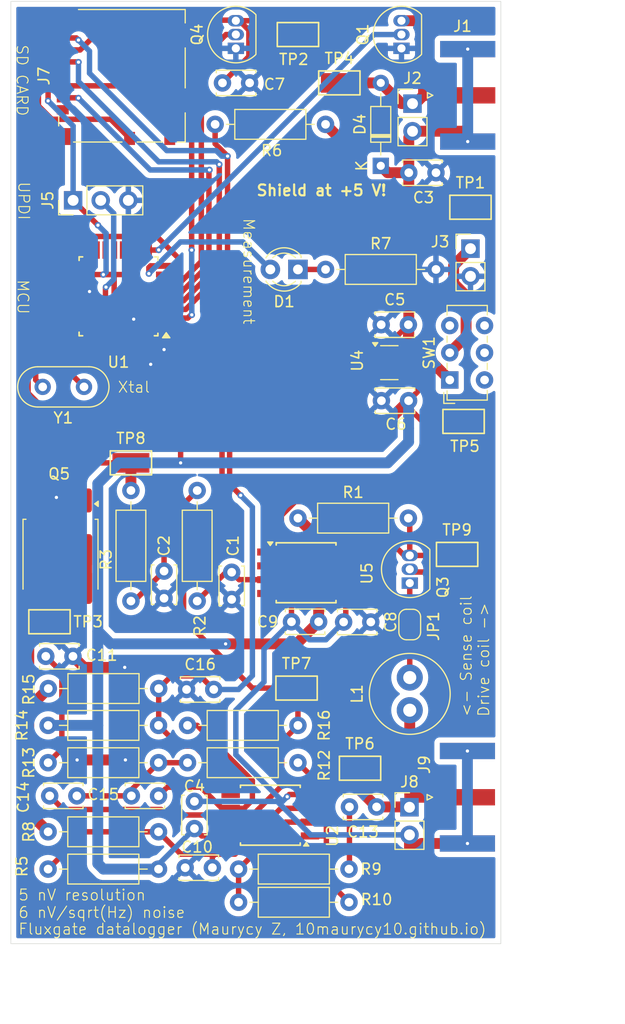
<source format=kicad_pcb>
(kicad_pcb (version 20240108) (generator "pcbnew") (generator_version "8.0")
  (layers (0 "F.Cu" signal) (31 "B.Cu" signal) (34 "B.Paste" user) (35 "F.Paste" user) (36 "B.SilkS" user "B.Silkscreen") (37 "F.SilkS" user "F.Silkscreen") (38 "B.Mask" user) (39 "F.Mask" user) (44 "Edge.Cuts" user))
  (net 0 "")
  (net 1 "GND")
  (net 2 "Net-(U5A-+)")
  (net 3 "Net-(C2-Pad2)")
  (net 4 "VDD")
  (net 5 "+3V3")
  (net 6 "CARD_GND")
  (net 7 "SENSOR_GND")
  (net 8 "Net-(U2A-+)")
  (net 9 "Net-(J8-Pin_1)")
  (net 10 "ADC+")
  (net 11 "Net-(C14-Pad1)")
  (net 12 "Net-(U2B--)")
  (net 13 "ADC-")
  (net 14 "Net-(D1-A)")
  (net 15 "Net-(D1-K)")
  (net 16 "Net-(D4-A)")
  (net 17 "Net-(J3-Pin_1)")
  (net 18 "Net-(J5-Pin_2)")
  (net 19 "SCK")
  (net 22 "MISO")
  (net 23 "CS")
  (net 24 "MOSI")
  (net 25 "Net-(JP1-A)")
  (net 26 "Net-(JP1-B)")
  (net 27 "DRIVE_GATE")
  (net 28 "E_CARD")
  (net 29 "E_SENSOR")
  (net 30 "Comp")
  (net 31 "Net-(U2A--)")
  (net 42 "Net-(U1-XTAL32K2{slash}PF1)")
  (net 44 "Net-(U1-XTAL32K1{slash}PF0)")
  (net 51 "Net-(C11-Pad2)")
  (net 52 "Net-(C13-Pad2)")
  (net 53 "Net-(Q3-B)")
  (net 54 "Net-(R10-Pad2)")
  (net 55 "Net-(Q3-C)")
  (footprint "Resistor_THT:R_Axial_DIN0207_L6.3mm_D2.5mm_P10.16mm_Horizontal" (layer "F.Cu") (at 170.434 74.93 -90)
    (property "Reference" "R2")
    (property "Value" "10k")
  )
  (footprint "TestPoint:TestPoint_Keystone_5015_Micro-Minature" (layer "F.Cu") (at 195.58 48.895)
    (property "Reference" "TP1")
    (property "Value" "GND")
  )
  (footprint "TestPoint:TestPoint_Keystone_5015_Micro-Minature" (layer "F.Cu") (at 179.578 93.091)
    (property "Reference" "TP7")
    (property "Value" "Filtered")
  )
  (footprint "Resistor_THT:R_Axial_DIN0207_L6.3mm_D2.5mm_P10.16mm_Horizontal" (layer "F.Cu") (at 182.245 54.61)
    (property "Reference" "R7")
    (property "Value" "1k")
  )
  (footprint "Connector_Coaxial:SMA_Amphenol_132289_EdgeMount" (layer "F.Cu") (at 195.326 38.608)
    (property "Reference" "J1")
    (property "Value" "Drive coil")
  )
  (footprint "Package_TO_SOT_SMD:SOT-23-5" (layer "F.Cu") (at 188.1125 63.18)
    (property "Reference" "U4")
    (property "Value" "TLV75533PDBV")
  )
  (footprint "Package_QFP:TQFP-32_7x7mm_P0.8mm" (layer "F.Cu") (at 163.195 57.08 180)
    (property "Reference" "U1")
    (property "Value" "AVR32DD32")
  )
  (footprint "Capacitor_THT:C_Disc_D3.4mm_W2.1mm_P2.50mm" (layer "F.Cu") (at 179.11 86.995)
    (property "Reference" "C9")
    (property "Value" "100 nF")
  )
  (footprint "Resistor_THT:R_Axial_DIN0207_L6.3mm_D2.5mm_P10.16mm_Horizontal" (layer "F.Cu") (at 174.244 112.776)
    (property "Reference" "R10")
    (property "Value" "5k7")
  )
  (footprint "Capacitor_THT:C_Disc_D3.4mm_W2.1mm_P2.50mm" (layer "F.Cu") (at 170.18 103.505 -90)
    (property "Reference" "C4")
    (property "Value" "100 nF")
  )
  (footprint "Resistor_THT:R_Axial_DIN0207_L6.3mm_D2.5mm_P10.16mm_Horizontal" (layer "F.Cu") (at 166.878 96.52 180)
    (property "Reference" "R14")
    (property "Value" "1k")
  )
  (footprint "Capacitor_THT:C_Disc_D3.4mm_W2.1mm_P2.50mm" (layer "F.Cu") (at 173.609 84.943 90)
    (property "Reference" "C1")
    (property "Value" "10 nF")
  )
  (footprint "Package_TO_SOT_SMD:TO-252-2" (layer "F.Cu") (at 157.86 80.885 -90)
    (property "Reference" "Q5")
    (property "Value" "30N03A")
  )
  (footprint "Capacitor_THT:C_Disc_D3.4mm_W2.1mm_P2.50mm" (layer "F.Cu") (at 187.365 59.69)
    (property "Reference" "C5")
    (property "Value" "100 nF")
  )
  (footprint "TestPoint:TestPoint_Keystone_5015_Micro-Minature" (layer "F.Cu") (at 164.338 72.39)
    (property "Reference" "TP8")
    (property "Value" "Compensation")
  )
  (footprint "TestPoint:TestPoint_Keystone_5015_Micro-Minature" (layer "F.Cu") (at 156.845 86.995)
    (property "Reference" "TP3")
    (property "Value" "Sensor GND")
  )
  (footprint "LED_THT:LED_D3.0mm" (layer "F.Cu") (at 179.705 54.61 180)
    (property "Reference" "D1")
    (property "Value" "LED")
  )
  (footprint "Inductor_THT:L_Radial_D7.2mm_P3.00mm_Murata_1700" (layer "F.Cu") (at 189.992 95.123 90)
    (property "Reference" "L1")
    (property "Value" "1 uH")
  )
  (footprint "Resistor_THT:R_Axial_DIN0207_L6.3mm_D2.5mm_P10.16mm_Horizontal" (layer "F.Cu") (at 156.718 109.728)
    (property "Reference" "R5")
    (property "Value" "1k")
  )
  (footprint "Capacitor_THT:C_Disc_D3.4mm_W2.1mm_P2.50mm" (layer "F.Cu") (at 164.378 102.997)
    (property "Reference" "C15")
    (property "Value" "10 nF")
  )
  (footprint "Capacitor_THT:C_Disc_D3.4mm_W2.1mm_P2.50mm" (layer "F.Cu") (at 172.76 37.465)
    (property "Reference" "C7")
    (property "Value" "100 nF")
  )
  (footprint "Capacitor_THT:C_Disc_D3.4mm_W2.1mm_P2.50mm" (layer "F.Cu") (at 169.331 109.601)
    (property "Reference" "C10")
    (property "Value" "10 nF")
  )
  (footprint "Package_TO_SOT_THT:TO-92_Inline" (layer "F.Cu") (at 189.992 83.439 90)
    (property "Reference" "Q3")
    (property "Value" "2N3906")
  )
  (footprint "Package_SO:SOIC-8W_5.3x5.3mm_P1.27mm" (layer "F.Cu") (at 180.455866 82.490122)
    (property "Reference" "U5")
    (property "Value" "LM358")
  )
  (footprint "Resistor_THT:R_Axial_DIN0207_L6.3mm_D2.5mm_P10.16mm_Horizontal" (layer "F.Cu") (at 179.705 77.47)
    (property "Reference" "R1")
    (property "Value" "Shunt")
  )
  (footprint "Connector_PinHeader_2.54mm:PinHeader_1x02_P2.54mm_Vertical" (layer "F.Cu") (at 195.58 52.7)
    (property "Reference" "J3")
    (property "Value" "5 V")
  )
  (footprint "Capacitor_THT:C_Disc_D3.4mm_W2.1mm_P2.50mm" (layer "F.Cu") (at 169.458 93.218)
    (property "Reference" "C16")
    (property "Value" "10 nF")
  )
  (footprint "Capacitor_THT:C_Disc_D3.4mm_W2.1mm_P2.50mm" (layer "F.Cu") (at 186.944 104.013 180)
    (property "Reference" "C13")
    (property "Value" "100 nF")
  )
  (footprint "Button_Switch_THT:SW_E-Switch_EG1271_SPDT" (layer "F.Cu") (at 193.675 64.77 90)
    (property "Reference" "SW1")
    (property "Value" "SW_SPDT")
  )
  (footprint "Capacitor_THT:C_Disc_D3.4mm_W2.1mm_P2.50mm" (layer "F.Cu") (at 159.365 102.997 180)
    (property "Reference" "C14")
    (property "Value" "10 nF")
  )
  (footprint "Crystal:Crystal_HC52-8mm_Vertical" (layer "F.Cu") (at 160.02 65.405 180)
    (property "Reference" "Y1")
    (property "Value" "32.768 kHz")
  )
  (footprint "Package_SO:SOIC-8W_5.3x5.3mm_P1.27mm" (layer "F.Cu") (at 177.165 104.775 180)
    (property "Reference" "U2")
    (property "Value" "OPA2323IDGKR")
  )
  (footprint "Capacitor_THT:C_Disc_D3.4mm_W2.1mm_P2.50mm" (layer "F.Cu") (at 159.004 90.17 180)
    (property "Reference" "C11")
    (property "Value" "10 uF")
  )
  (footprint "Package_TO_SOT_THT:TO-92_Inline" (layer "F.Cu") (at 173.99 34.29 90)
    (property "Reference" "Q4")
    (property "Value" "2N7000")
  )
  (footprint "Capacitor_THT:C_Disc_D3.4mm_W2.1mm_P2.50mm" (layer "F.Cu") (at 167.386 84.836 90)
    (property "Reference" "C2")
    (property "Value" "10 nF")
  )
  (footprint "Resistor_THT:R_Axial_DIN0207_L6.3mm_D2.5mm_P10.16mm_Horizontal" (layer "F.Cu") (at 169.545 96.52)
    (property "Reference" "R16")
    (property "Value" "22k")
  )
  (footprint "Connector_Card:microSD_HC_Molex_104031-0811" (layer "F.Cu") (at 163.5125 36.83 90)
    (property "Reference" "J7")
    (property "Value" "Micro_SD_Card")
  )
  (footprint "TestPoint:TestPoint_Keystone_5015_Micro-Minature" (layer "F.Cu") (at 185.42 100.457)
    (property "Reference" "TP6")
    (property "Value" "Sense coil")
  )
  (footprint "Connector_PinHeader_2.54mm:PinHeader_1x02_P2.54mm_Vertical" (layer "F.Cu") (at 190.246 39.37)
    (property "Reference" "J2")
    (property "Value" "Drive coil")
  )
  (footprint "Resistor_THT:R_Axial_DIN0207_L6.3mm_D2.5mm_P10.16mm_Horizontal" (layer "F.Cu") (at 164.338 74.93 -90)
    (property "Reference" "R3")
    (property "Value" "10k")
  )
  (footprint "Connector_PinHeader_2.54mm:PinHeader_1x03_P2.54mm_Vertical" (layer "F.Cu") (at 159.019 48.26 90)
    (property "Reference" "J5")
    (property "Value" "Prog")
  )
  (footprint "TestPoint:TestPoint_Keystone_5015_Micro-Minature" (layer "F.Cu") (at 183.515 37.465)
    (property "Reference" "TP4")
    (property "Value" "Drive")
  )
  (footprint "Capacitor_THT:C_Disc_D3.4mm_W2.1mm_P2.50mm" (layer "F.Cu") (at 189.905 45.72)
    (property "Reference" "C3")
    (property "Value" "100 nF")
  )
  (footprint "Resistor_THT:R_Axial_DIN0207_L6.3mm_D2.5mm_P10.16mm_Horizontal" (layer "F.Cu") (at 156.718 106.299)
    (property "Reference" "R8")
    (property "Value" "1k")
  )
  (footprint "Resistor_THT:R_Axial_DIN0207_L6.3mm_D2.5mm_P10.16mm_Horizontal" (layer "F.Cu") (at 156.718 99.949)
    (property "Reference" "R13")
    (property "Value" "57")
  )
  (footprint "Resistor_THT:R_Axial_DIN0207_L6.3mm_D2.5mm_P10.16mm_Horizontal" (layer "F.Cu") (at 184.404 109.728 180)
    (property "Reference" "R9")
    (property "Value" "47")
  )
  (footprint "Diode_THT:D_DO-34_SOD68_P7.62mm_Horizontal" (layer "F.Cu") (at 187.325 45.085 90)
    (property "Reference" "D4")
    (property "Value" "2n4148")
  )
  (footprint "Connector_Coaxial:SMA_Amphenol_132289_EdgeMount" (layer "F.Cu") (at 195.2975 103.124)
    (property "Reference" "J9")
    (property "Value" "Sense")
  )
  (footprint "Capacitor_THT:C_Disc_D3.4mm_W2.1mm_P2.50mm" (layer "F.Cu") (at 187.385 66.675)
    (property "Reference" "C6")
    (property "Value" "100 nF")
  )
  (footprint "Jumper:SolderJumper-2_P1.3mm_Open_RoundedPad1.0x1.5mm" (layer "F.Cu") (at 189.992 87.249 90)
    (property "Reference" "JP1")
    (property "Value" "Compensation")
  )
  (footprint "TestPoint:TestPoint_Keystone_5015_Micro-Minature" (layer "F.Cu") (at 194.945 68.58)
    (property "Reference" "TP5")
    (property "Value" "3.3 V")
  )
  (footprint "Resistor_THT:R_Axial_DIN0207_L6.3mm_D2.5mm_P10.16mm_Horizontal" (layer "F.Cu") (at 179.705 99.949 180)
    (property "Reference" "R12")
    (property "Value" "1k")
  )
  (footprint "Capacitor_THT:C_Disc_D3.4mm_W2.1mm_P2.50mm" (layer "F.Cu") (at 183.908001 87.016431)
    (property "Reference" "C8")
    (property "Value" "100 nF")
  )
  (footprint "Connector_PinHeader_2.54mm:PinHeader_1x02_P2.54mm_Vertical" (layer "F.Cu") (at 189.96787 104.041807)
    (property "Reference" "J8")
    (property "Value" "Sense")
  )
  (footprint "Resistor_THT:R_Axial_DIN0207_L6.3mm_D2.5mm_P10.16mm_Horizontal" (layer "F.Cu") (at 156.7338 93.133849)
    (property "Reference" "R15")
    (property "Value" "1k")
  )
  (footprint "TestPoint:TestPoint_Keystone_5015_Micro-Minature" (layer "F.Cu") (at 194.349983 80.800942)
    (property "Reference" "TP9")
    (property "Value" "Current sense")
  )
  (footprint "Package_TO_SOT_THT:TO-92_Inline" (layer "F.Cu") (at 189.23 34.29 90)
    (property "Reference" "Q1")
    (property "Value" "2N7000")
  )
  (footprint "Resistor_THT:R_Axial_DIN0207_L6.3mm_D2.5mm_P10.16mm_Horizontal" (layer "F.Cu") (at 172.085 41.275)
    (property "Reference" "R6")
    (property "Value" "1k")
  )
  (footprint "TestPoint:TestPoint_Keystone_5015_Micro-Minature" (layer "F.Cu") (at 179.705 33.02)
    (property "Reference" "TP2")
    (property "Value" "Card GND")
  )
  (gr_rect (start 153.289 29.972) (end 198.374 116.586) (stroke (width 0.05)) (fill none) (layer "Edge.Cuts"))
  (gr_text "Fluxgate datalogger (Maurycy Z, 10maurycy10.github.io)" (at 153.924 115.824 0) (layer "F.SilkS") (effects (font (size 1 1) (thickness 0.1)) (justify left bottom)))
  (gr_text "Xtal" (at 163.068 66.0146 0) (layer "F.SilkS") (effects (font (size 1 1) (thickness 0.1)) (justify left bottom)))
  (gr_text "UPDI" (at 153.8986 46.482 -90) (layer "F.SilkS") (effects (font (size 1 1) (thickness 0.1)) (justify left bottom)))
  (gr_text "SD CARD" (at 153.7462 33.8836 270) (layer "F.SilkS") (effects (font (size 1 1) (thickness 0.1)) (justify left bottom)))
  (gr_text "Measurement" (at 174.5996 49.8348 -90) (layer "F.SilkS") (effects (font (size 1 1) (thickness 0.1)) (justify left bottom)))
  (gr_text "<- Sense coil\nDrive coil ->" (at 197.3834 95.7834 90) (layer "F.SilkS") (effects (font (size 1 1) (thickness 0.1)) (justify left bottom)))
  (gr_text "Shield at +5 V!" (at 175.7934 47.9298 0) (layer "F.SilkS") (effects (font (size 1 1) (thickness 0.2) (bold yes)) (justify left bottom)))
  (gr_text "MCU" (at 153.8224 55.4736 270) (layer "F.SilkS") (effects (font (size 1 1) (thickness 0.1)) (justify left bottom)))
  (gr_text "5 nV resolution\n6 nV/sqrt(Hz) noise" (at 153.924 114.3 0) (layer "F.SilkS") (effects (font (size 1 1) (thickness 0.1)) (justify left bottom)))
  (segment (start 186.975 63.18) (end 186.312501 63.18) (width 0.5) (layer "F.Cu") (net 1))
  (segment (start 160.02 91.186) (end 159.004 90.17) (width 1) (layer "F.Cu") (net 1))
  (segment (start 185.8625 62.729999) (end 185.8625 61.1925) (width 0.5) (layer "F.Cu") (net 1))
  (segment (start 163.595 61.33) (end 163.595 60.03) (width 0.5) (layer "F.Cu") (net 1))
  (segment (start 163.595 60.03) (end 164.443 59.182) (width 0.5) (layer "F.Cu") (net 1))
  (segment (start 160.528 56.288) (end 160.528 56.642) (width 0.5) (layer "F.Cu") (net 1))
  (segment (start 161.29 91.186) (end 163.7665 91.186) (width 1) (layer "F.Cu") (net 1))
  (segment (start 185.8625 61.1925) (end 187.365 59.69) (width 0.5) (layer "F.Cu") (net 1))
  (segment (start 164.443 59.182) (end 164.592 59.182) (width 0.5) (layer "F.Cu") (net 1))
  (segment (start 155.58 75.845) (end 157.2 75.845) (width 1) (layer "F.Cu") (net 1))
  (segment (start 157.2 75.845) (end 157.48 75.565) (width 1) (layer "F.Cu") (net 1))
  (segment (start 160.12 55.88) (end 160.528 56.288) (width 0.5) (layer "F.Cu") (net 1))
  (segment (start 161.29 91.186) (end 160.02 91.186) (width 1) (layer "F.Cu") (net 1))
  (segment (start 195.58 48.895) (end 192.405 45.72) (width 0.5) (layer "F.Cu") (net 1))
  (segment (start 158.945 55.88) (end 160.12 55.88) (width 0.5) (layer "F.Cu") (net 1))
  (segment (start 159.385 99.695) (end 163.83 99.695) (width 1) (layer "F.Cu") (net 1))
  (segment (start 174.156878 84.395122) (end 173.609 84.943) (width 0.5) (layer "F.Cu") (net 1))
  (segment (start 186.312501 63.18) (end 185.8625 62.729999) (width 0.5) (layer "F.Cu") (net 1))
  (via (at 163.7665 91.186) (size 0.6) (drill 0.3) (layers "F.Cu" "B.Cu") (net 1))
  (via (at 157.48 75.565) (size 0.6) (drill 0.3) (layers "F.Cu" "B.Cu") (net 1))
  (via (at 159.385 99.695) (size 0.6) (drill 0.3) (layers "F.Cu" "B.Cu") (net 1))
  (via (at 163.83 99.695) (size 0.6) (drill 0.3) (layers "F.Cu" "B.Cu") (net 1))
  (via (at 160.528 56.642) (size 0.6) (drill 0.3) (layers "F.Cu" "B.Cu") (net 1))
  (via (at 164.592 59.182) (size 0.6) (drill 0.3) (layers "F.Cu" "B.Cu") (net 1))
  (segment (start 174.291122 83.125122) (end 176.805866 83.125122) (width 0.5) (layer "F.Cu") (net 2))
  (segment (start 173.081 82.443) (end 170.434 85.09) (width 0.5) (layer "F.Cu") (net 2))
  (segment (start 173.609 82.443) (end 174.291122 83.125122) (width 0.5) (layer "F.Cu") (net 2))
  (segment (start 173.609 82.443) (end 173.081 82.443) (width 0.5) (layer "F.Cu") (net 2))
  (segment (start 167.386 77.978) (end 170.434 74.93) (width 0.5) (layer "F.Cu") (net 3))
  (segment (start 164.632 85.09) (end 167.386 82.336) (width 0.5) (layer "F.Cu") (net 3))
  (segment (start 167.386 82.336) (end 167.386 77.978) (width 0.5) (layer "F.Cu") (net 3))
  (segment (start 164.338 85.09) (end 164.632 85.09) (width 0.5) (layer "F.Cu") (net 3))
  (segment (start 190.5 41.905) (end 194.8525 41.905) (width 1) (layer "F.Cu") (net 4))
  (segment (start 188.0875 63.679999) (end 188.0875 62.680001) (width 0.5) (layer "F.Cu") (net 4))
  (segment (start 187.637499 62.23) (end 186.975 62.23) (width 0.5) (layer "F.Cu") (net 4))
  (segment (start 186.975 64.13) (end 187.637499 64.13) (width 0.5) (layer "F.Cu") (net 4))
  (segment (start 193.675 64.77) (end 189.865 60.96) (width 1) (layer "F.Cu") (net 4))
  (segment (start 194.8525 41.905) (end 194.8525 42.3845) (width 1) (layer "F.Cu") (net 4))
  (segment (start 187.637499 64.13) (end 188.0875 63.679999) (width 0.5) (layer "F.Cu") (net 4))
  (segment (start 194.8525 41.905) (end 195.8055 42.858) (width 1) (layer "F.Cu") (net 4))
  (segment (start 189.905 42.5) (end 190.5 41.905) (width 1) (layer "F.Cu") (net 4))
  (segment (start 188.0875 62.680001) (end 187.637499 62.23) (width 0.5) (layer "F.Cu") (net 4))
  (segment (start 187.96 45.72) (end 187.325 45.085) (width 1) (layer "F.Cu") (net 4))
  (segment (start 187.325 62.23) (end 189.865 59.69) (width 0.5) (layer "F.Cu") (net 4))
  (segment (start 189.905 60.92) (end 189.905 45.72) (width 1) (layer "F.Cu") (net 4))
  (segment (start 189.865 60.96) (end 189.905 60.92) (width 1) (layer "F.Cu") (net 4))
  (segment (start 189.905 45.72) (end 189.905 42.5) (width 1) (layer "F.Cu") (net 4))
  (segment (start 189.905 45.72) (end 187.96 45.72) (width 1) (layer "F.Cu") (net 4))
  (segment (start 189.865 60.96) (end 189.865 59.69) (width 1) (layer "F.Cu") (net 4))
  (segment (start 194.8525 42.3845) (end 195.326 42.858) (width 1) (layer "F.Cu") (net 4))
  (via (at 195.326 42.858) (size 0.6) (drill 0.3) (layers "F.Cu" "B.Cu") (net 4))
  (via (at 195.326 34.358) (size 0.6) (drill 0.3) (layers "F.Cu" "B.Cu") (net 4))
  (segment (start 195.326 42.858) (end 195.326 34.358) (width 1) (layer "B.Cu") (net 4))
  (segment (start 179.578 89.027) (end 181.61 86.995) (width 1) (layer "F.Cu") (net 5))
  (segment (start 184.105866 80.585122) (end 181.669878 80.585122) (width 0.5) (layer "F.Cu") (net 5))
  (segment (start 193.695 68.58) (end 191.155 68.58) (width 0.5) (layer "F.Cu") (net 5))
  (segment (start 186.69 69.088) (end 187.472 69.088) (width 1) (layer "F.Cu") (net 5))
  (segment (start 165.195 54.13) (end 164.245 55.08) (width 0.5) (layer "F.Cu") (net 5))
  (segment (start 162.795 61.33) (end 162.795 62.505) (width 0.5) (layer "F.Cu") (net 5))
  (segment (start 181.669878 80.585122) (end 181.61 80.645) (width 0.5) (layer "F.Cu") (net 5))
  (segment (start 184.404 66.802) (end 186.69 69.088) (width 1) (layer "F.Cu") (net 5))
  (segment (start 191.155 68.58) (end 189.885 67.31) (width 0.5) (layer "F.Cu") (net 5))
  (segment (start 156.718 37.2045) (end 156.718 39.116) (width 0.5) (layer "F.Cu") (net 5))
  (segment (start 165.195 52.83) (end 165.195 54.13) (width 0.5) (layer "F.Cu") (net 5))
  (segment (start 184.404 43.434) (end 184.404 66.802) (width 1) (layer "F.Cu") (net 5))
  (segment (start 164.245 55.08) (end 161.798 55.08) (width 0.5) (layer "F.Cu") (net 5))
  (segment (start 189.25 62.23) (end 190.684999 63.664999) (width 0.5) (layer "F.Cu") (net 5))
  (segment (start 161.798 55.08) (end 162.795 55.08) (width 0.5) (layer "F.Cu") (net 5))
  (segment (start 181.61 86.995) (end 181.61 80.645) (width 1) (layer "F.Cu") (net 5))
  (segment (start 162.795 55.08) (end 162.795 61.33) (width 0.5) (layer "F.Cu") (net 5))
  (segment (start 170.18 106.005) (end 170.855 106.68) (width 0.5) (layer "F.Cu") (net 5))
  (segment (start 158.0625 36.635) (end 157.2875 36.635) (width 0.5) (layer "F.Cu") (net 5))
  (segment (start 161.305 50.546) (end 159.019 48.26) (width 0.5) (layer "F.Cu") (net 5))
  (segment (start 181.61 79.375) (end 179.705 77.47) (width 1) (layer "F.Cu") (net 5))
  (segment (start 168.91 68.62) (end 168.91 72.39) (width 0.5) (layer "F.Cu") (net 5))
  (segment (start 162.795 62.505) (end 168.91 68.62) (width 0.5) (layer "F.Cu") (net 5))
  (segment (start 182.245 41.275) (end 184.404 43.434) (width 1) (layer "F.Cu") (net 5))
  (segment (start 161.798 55.08) (end 159.766 55.08) (width 0.5) (layer "F.Cu") (net 5))
  (segment (start 158.945 55.08) (end 159.766 55.08) (width 0.5) (layer "F.Cu") (net 5))
  (segment (start 157.2875 36.635) (end 156.718 37.2045) (width 0.5) (layer "F.Cu") (net 5))
  (segment (start 190.684999 63.664999) (end 190.684999 65.875001) (width 0.5) (layer "F.Cu") (net 5))
  (segment (start 187.472 69.088) (end 189.885 66.675) (width 1) (layer "F.Cu") (net 5))
  (segment (start 173.0502 89.027) (end 179.578 89.027) (width 1) (layer "F.Cu") (net 5))
  (segment (start 170.855 106.68) (end 173.515 106.68) (width 0.5) (layer "F.Cu") (net 5))
  (segment (start 181.61 80.645) (end 181.61 79.375) (width 1) (layer "F.Cu") (net 5))
  (segment (start 190.684999 65.875001) (end 189.885 66.675) (width 0.5) (layer "F.Cu") (net 5))
  (via (at 168.91 72.39) (size 0.6) (drill 0.3) (layers "F.Cu" "B.Cu") (net 5))
  (via (at 161.305 50.546) (size 0.6) (drill 0.3) (layers "F.Cu" "B.Cu") (net 5))
  (via (at 156.718 39.116) (size 0.6) (drill 0.3) (layers "F.Cu" "B.Cu") (net 5))
  (via (at 161.798 55.08) (size 0.6) (drill 0.3) (layers "F.Cu" "B.Cu") (net 5))
  (via (at 173.0502 89.027) (size 0.6) (drill 0.3) (layers "F.Cu" "B.Cu") (net 5))
  (segment (start 161.798 55.118) (end 161.798 55.08) (width 0.5) (layer "B.Cu") (net 5))
  (segment (start 161.29 99.695) (end 161.29 96.52) (width 1) (layer "B.Cu") (net 5))
  (segment (start 189.885 70.465) (end 189.885 69.215) (width 1) (layer "B.Cu") (net 5))
  (segment (start 159.019 41.417) (end 159.019 48.26) (width 0.5) (layer "B.Cu") (net 5))
  (segment (start 161.29 90.17) (end 161.29 74.295) (width 1) (layer "B.Cu") (net 5))
  (segment (start 156.718 39.116) (end 159.019 41.417) (width 0.5) (layer "B.Cu") (net 5))
  (segment (start 162.052 51.293) (end 162.052 54.864) (width 0.5) (layer "B.Cu") (net 5))
  (segment (start 189.885 69.215) (end 189.885 66.675) (width 1) (layer "B.Cu") (net 5))
  (segment (start 161.29 104.775) (end 161.29 99.695) (width 1) (layer "B.Cu") (net 5))
  (segment (start 161.29 96.52) (end 161.29 90.17) (width 1) (layer "B.Cu") (net 5))
  (segment (start 166.878 109.307) (end 166.878 109.728) (width 0.5) (layer "B.Cu") (net 5))
  (segment (start 166.878 109.728) (end 161.798 109.728) (width 1) (layer "B.Cu") (net 5))
  (segment (start 161.29 87.846321) (end 161.29 90.17) (width 1) (layer "B.Cu") (net 5))
  (segment (start 162.052 54.864) (end 161.798 55.118) (width 0.5) (layer "B.Cu") (net 5))
  (segment (start 161.305 50.546) (end 162.052 51.293) (width 0.5) (layer "B.Cu") (net 5))
  (segment (start 161.29 109.22) (end 161.29 104.775) (width 1) (layer "B.Cu") (net 5))
  (segment (start 161.29 74.295) (end 163.195 72.39) (width 1) (layer "B.Cu") (net 5))
  (segment (start 156.718 96.52) (end 161.29 96.52) (width 1) (layer "B.Cu") (net 5))
  (segment (start 173.0502 89.027) (end 162.470679 89.027) (width 1) (layer "B.Cu") (net 5))
  (segment (start 187.96 72.39) (end 189.885 70.465) (width 1) (layer "B.Cu") (net 5))
  (segment (start 163.195 72.39) (end 187.96 72.39) (width 1) (layer "B.Cu") (net 5))
  (segment (start 161.798 109.728) (end 161.29 109.22) (width 1) (layer "B.Cu") (net 5))
  (segment (start 162.470679 89.027) (end 161.29 87.846321) (width 1) (layer "B.Cu") (net 5))
  (segment (start 170.18 106.005) (end 166.878 109.307) (width 0.5) (layer "B.Cu") (net 5))
  (segment (start 172.76 37.465) (end 175.19 35.035) (width 0.5) (layer "F.Cu") (net 6))
  (segment (start 174.323858 31.75) (end 173.99 31.75) (width 0.5) (layer "F.Cu") (net 6))
  (segment (start 173.99 31.75) (end 173.94 31.7) (width 0.5) (layer "F.Cu") (net 6))
  (segment (start 158.0625 34.435) (end 157.2875 34.435) (width 0.5) (layer "F.Cu") (net 6))
  (segment (start 175.19 32.616142) (end 174.323858 31.75) (width 0.5) (layer "F.Cu") (net 6))
  (segment (start 179.705 33.02) (end 178.435 31.75) (width 0.5) (layer "F.Cu") (net 6))
  (segment (start 175.19 35.035) (end 175.19 32.616142) (width 0.5) (layer "F.Cu") (net 6))
  (segment (start 162.400661 31.7) (end 159.665661 34.435) (width 0.5) (layer "F.Cu") (net 6))
  (segment (start 157.2875 34.435) (end 155.829 35.8935) (width 0.5) (layer "F.Cu") (net 6))
  (segment (start 164.2125 42.5465) (end 164.2125 42.57) (width 0.5) (layer "F.Cu") (net 6))
  (segment (start 155.829 39.5765) (end 157.0625 40.81) (width 0.5) (layer "F.Cu") (net 6))
  (segment (start 159.665661 34.435) (end 158.0625 34.435) (width 0.5) (layer "F.Cu") (net 6))
  (segment (start 178.435 31.75) (end 173.99 31.75) (width 0.5) (layer "F.Cu") (net 6))
  (segment (start 155.829 35.8935) (end 155.829 39.5765) (width 0.5) (layer "F.Cu") (net 6))
  (segment (start 162.476 40.81) (end 164.2125 42.5465) (width 0.5) (layer "F.Cu") (net 6))
  (segment (start 173.94 31.7) (end 162.400661 31.7) (width 0.5) (layer "F.Cu") (net 6))
  (segment (start 157.0625 40.81) (end 162.476 40.81) (width 0.5) (layer "F.Cu") (net 6))
  (segment (start 189.96787 108.48213) (end 191.076 107.374) (width 1) (layer "F.Cu") (net 7))
  (segment (start 156.845 83.16) (end 157.86 82.145) (width 1) (layer "F.Cu") (net 7))
  (segment (start 180.815 102.87) (end 180.975 102.87) (width 0.5) (layer "F.Cu") (net 7))
  (segment (start 154.94 101.727) (end 154.94 94.927649) (width 1) (layer "F.Cu") (net 7))
  (segment (start 179.11 86.995) (end 179.11 85.3586) (width 0.5) (layer "F.Cu") (net 7))
  (segment (start 191.076 107.374) (end 195.3006 107.374) (width 1) (layer "F.Cu") (net 7))
  (segment (start 154.94 104.521) (end 154.94 110.49) (width 1) (layer "F.Cu") (net 7))
  (segment (start 186.928 114.57) (end 189.96787 111.53013) (width 1) (layer "F.Cu") (net 7))
  (segment (start 184.105866 86.818566) (end 183.908001 87.016431) (width 0.5) (layer "F.Cu") (net 7))
  (segment (start 156.718 106.299) (end 154.94 104.521) (width 1) (layer "F.Cu") (net 7))
  (segment (start 154.94 104.521) (end 154.94 101.727) (width 1) (layer "F.Cu") (net 7))
  (segment (start 154.94 94.927649) (end 154.94 88.9) (width 1) (layer "F.Cu") (net 7))
  (segment (start 179.11 85.3586) (end 178.146522 84.395122) (width 0.5) (layer "F.Cu") (net 7))
  (segment (start 154.94 94.927649) (end 156.7338 93.133849) (width 1) (layer "F.Cu") (net 7))
  (segment (start 154.94 110.49) (end 159.02 114.57) (width 1) (layer "F.Cu") (net 7))
  (segment (start 184.105866 84.395122) (end 184.105866 86.818566) (width 0.5) (layer "F.Cu") (net 7))
  (segment (start 180.815 102.87) (end 178.9176 102.87) (width 0.5) (layer "F.Cu") (net 7))
  (segment (start 178.9176 102.87) (end 178.7144 103.0732) (width 0.5) (layer "F.Cu") (net 7))
  (segment (start 159.02 114.57) (end 186.928 114.57) (width 1) (layer "F.Cu") (net 7))
  (segment (start 189.96787 111.53013) (end 189.96787 108.48213) (width 1) (layer "F.Cu") (net 7))
  (segment (start 195.3006 107.374) (end 195.8055 107.374) (width 1) (layer "F.Cu") (net 7))
  (segment (start 156.845 86.995) (end 156.845 83.16) (width 1) (layer "F.Cu") (net 7))
  (segment (start 189.96787 108.48213) (end 189.96787 106.581807) (width 1) (layer "F.Cu") (net 7))
  (segment (start 178.146522 84.395122) (end 176.805866 84.395122) (width 0.5) (layer "F.Cu") (net 7))
  (segment (start 154.94 88.9) (end 156.845 86.995) (width 1) (layer "F.Cu") (net 7))
  (via (at 195.2975 98.874) (size 0.6) (drill 0.3) (layers "F.Cu" "B.Cu") (net 7))
  (via (at 195.3006 107.374) (size 0.6) (drill 0.3) (layers "F.Cu" "B.Cu") (net 7))
  (via (at 178.7144 103.0732) (size 0.6) (drill 0.3) (layers "F.Cu" "B.Cu") (net 7))
  (segment (start 177.8 103.505) (end 180.876807 106.581807) (width 0.5) (layer "B.Cu") (net 7))
  (segment (start 173.99 95.123) (end 173.99 99.2124) (width 0.5) (layer "B.Cu") (net 7))
  (segment (start 195.2975 107.374) (end 195.2975 98.874) (width 1) (layer "B.Cu") (net 7))
  (segment (start 178.7144 103.0732) (end 178.2826 103.505) (width 0.5) (layer "B.Cu") (net 7))
  (segment (start 180.876807 106.581807) (end 189.96787 106.581807) (width 0.5) (layer "B.Cu") (net 7))
  (segment (start 176.5808 92.5322) (end 173.99 95.123) (width 0.5) (layer "B.Cu") (net 7))
  (segment (start 173.99 99.2124) (end 178.2826 103.505) (width 0.5) (layer "B.Cu") (net 7))
  (segment (start 180.761 88.646) (end 179.11 86.995) (width 0.5) (layer "B.Cu") (net 7))
  (segment (start 182.278432 88.646) (end 180.761 88.646) (width 0.5) (layer "B.Cu") (net 7))
  (segment (start 183.908001 87.016431) (end 182.278432 88.646) (width 0.5) (layer "B.Cu") (net 7))
  (segment (start 176.5808 89.5242) (end 176.5808 92.5322) (width 0.5) (layer "B.Cu") (net 7))
  (segment (start 179.11 86.995) (end 176.5808 89.5242) (width 0.5) (layer "B.Cu") (net 7))
  (segment (start 177.8 103.505) (end 170.18 103.505) (width 0.5) (layer "B.Cu") (net 7))
  (segment (start 178.2826 103.505) (end 177.8 103.505) (width 0.5) (layer "B.Cu") (net 7))
  (segment (start 171.831 108.605) (end 172.085 108.351) (width 0.5) (layer "F.Cu") (net 8))
  (segment (start 178.13 104.14) (end 173.919 108.351) (width 0.5) (layer "F.Cu") (net 8))
  (segment (start 180.815 104.14) (end 181.62 104.14) (width 0.5) (layer "F.Cu") (net 8))
  (segment (start 172.085 108.351) (end 171.45 108.351) (width 0.5) (layer "F.Cu") (net 8))
  (segment (start 166.878 106.299) (end 160.147 106.299) (width 0.5) (layer "F.Cu") (net 8))
  (segment (start 171.45 108.351) (end 168.93 108.351) (width 0.5) (layer "F.Cu") (net 8))
  (segment (start 171.831 109.601) (end 171.831 108.605) (width 0.5) (layer "F.Cu") (net 8))
  (segment (start 168.93 108.351) (end 166.878 106.299) (width 0.5) (layer "F.Cu") (net 8))
  (segment (start 180.815 104.14) (end 178.13 104.14) (width 0.5) (layer "F.Cu") (net 8))
  (segment (start 173.919 108.351) (end 171.45 108.351) (width 0.5) (layer "F.Cu") (net 8))
  (segment (start 160.147 106.299) (end 156.718 109.728) (width 0.5) (layer "F.Cu") (net 8))
  (segment (start 189.992 102.87) (end 189.992 104.017677) (width 1) (layer "F.Cu") (net 9))
  (segment (start 185.42 100.457) (end 185.42 102.489) (width 1) (layer "F.Cu") (net 9))
  (segment (start 189.939063 104.013) (end 189.96787 104.041807) (width 1) (layer "F.Cu") (net 9))
  (segment (start 195.8055 103.124) (end 190.246 103.124) (width 1) (layer "F.Cu") (net 9))
  (segment (start 189.992 104.017677) (end 189.96787 104.041807) (width 1) (layer "F.Cu") (net 9))
  (segment (start 189.992 95.123) (end 189.992 102.87) (width 1) (layer "F.Cu") (net 9))
  (segment (start 185.42 102.489) (end 186.944 104.013) (width 1) (layer "F.Cu") (net 9))
  (segment (start 186.944 104.013) (end 189.939063 104.013) (width 1) (layer "F.Cu") (net 9))
  (segment (start 190.246 103.124) (end 189.992 102.87) (width 1) (layer "F.Cu") (net 9))
  (segment (start 166.157169 63.287169) (end 166.157169 63.331831) (width 0.5) (layer "F.Cu") (net 10))
  (segment (start 178.205001 102.083999) (end 178.205001 98.019999) (width 0.5) (layer "F.Cu") (net 10))
  (segment (start 169.184 79.736) (end 172.72 76.2) (width 0.5) (layer "F.Cu") (net 10))
  (segment (start 179.705 96.52) (end 179.705 93.218) (width 0.5) (layer "F.Cu") (net 10))
  (segment (start 172.72 105.41) (end 173.515 105.41) (width 0.5) (layer "F.Cu") (net 10))
  (segment (start 178.205001 98.019999) (end 179.705 96.52) (width 0.5) (layer "F.Cu") (net 10))
  (segment (start 172.065 104.755) (end 172.72 105.41) (width 0.5) (layer "F.Cu") (net 10))
  (segment (start 175.514 93.091) (end 169.184 86.761) (width 0.5) (layer "F.Cu") (net 10))
  (segment (start 173.515 105.41) (end 174.879 105.41) (width 0.5) (layer "F.Cu") (net 10))
  (segment (start 179.705 93.218) (end 179.578 93.091) (width 0.5) (layer "F.Cu") (net 10))
  (segment (start 158.115 104.247) (end 167.112 104.247) (width 0.5) (layer "F.Cu") (net 10))
  (segment (start 179.578 93.091) (end 175.514 93.091) (width 0.5) (layer "F.Cu") (net 10))
  (segment (start 169.184 86.761) (end 169.184 79.736) (width 0.5) (layer "F.Cu") (net 10))
  (segment (start 172.72 76.2) (end 172.72 69.85) (width 0.5) (layer "F.Cu") (net 10))
  (segment (start 165.989 63.119) (end 166.157169 63.287169) (width 0.5) (layer "F.Cu") (net 10))
  (segment (start 167.386 61.976) (end 167.386 59.939) (width 0.5) (layer "F.Cu") (net 10))
  (segment (start 167.62 104.755) (end 172.065 104.755) (width 0.5) (layer "F.Cu") (net 10))
  (segment (start 167.386 59.939) (end 167.445 59.88) (width 0.5) (layer "F.Cu") (net 10))
  (segment (start 167.112 104.247) (end 167.62 104.755) (width 0.5) (layer "F.Cu") (net 10))
  (segment (start 172.72 69.85) (end 165.989 63.119) (width 0.5) (layer "F.Cu") (net 10))
  (segment (start 174.879 105.41) (end 178.205001 102.083999) (width 0.5) (layer "F.Cu") (net 10))
  (segment (start 156.865 102.997) (end 158.115 104.247) (width 0.5) (layer "F.Cu") (net 10))
  (via (at 166.157169 63.331831) (size 0.6) (drill 0.3) (layers "F.Cu" "B.Cu") (net 10))
  (via (at 167.386 61.976) (size 0.6) (drill 0.3) (layers "F.Cu" "B.Cu") (net 10))
  (segment (start 167.386 62.103) (end 167.386 61.976) (width 0.5) (layer "B.Cu") (net 10))
  (segment (start 166.157169 63.331831) (end 167.386 62.103) (width 0.5) (layer "B.Cu") (net 10))
  (segment (start 164.378 102.449) (end 166.878 99.949) (width 0.5) (layer "F.Cu") (net 11))
  (segment (start 164.378 102.997) (end 159.365 102.997) (width 0.5) (layer "F.Cu") (net 11))
  (segment (start 166.878 99.949) (end 169.545 99.949) (width 0.5) (layer "F.Cu") (net 11))
  (segment (start 164.378 102.997) (end 164.378 102.449) (width 0.5) (layer "F.Cu") (net 11))
  (segment (start 175.514 101.6) (end 175.514 103.378) (width 0.5) (layer "F.Cu") (net 12))
  (segment (start 172.71 104.14) (end 173.515 104.14) (width 0.5) (layer "F.Cu") (net 12))
  (segment (start 170.434 96.52) (end 175.514 101.6) (width 0.5) (layer "F.Cu") (net 12))
  (segment (start 167.677999 102.197001) (end 170.767001 102.197001) (width 0.5) (layer "F.Cu") (net 12))
  (segment (start 170.767001 102.197001) (end 172.71 104.14) (width 0.5) (layer "F.Cu") (net 12))
  (segment (start 166.878 102.997) (end 167.677999 102.197001) (width 0.5) (layer "F.Cu") (net 12))
  (segment (start 174.752 104.14) (end 173.515 104.14) (width 0.5) (layer "F.Cu") (net 12))
  (segment (start 175.514 103.378) (end 174.752 104.14) (width 0.5) (layer "F.Cu") (net 12))
  (segment (start 169.545 96.52) (end 170.434 96.52) (width 0.5) (layer "F.Cu") (net 12))
  (segment (start 165.995 62.109) (end 165.995 61.33) (width 0.5) (layer "F.Cu") (net 13))
  (segment (start 173.42 74.36) (end 173.42 69.534) (width 0.5) (layer "F.Cu") (net 13))
  (segment (start 166.878 96.52) (end 168.783 98.425) (width 0.5) (layer "F.Cu") (net 13))
  (segment (start 170.708 91.968) (end 168.059649 91.968) (width 0.5) (layer "F.Cu") (net 13))
  (segment (start 170.18 98.425) (end 173.515 101.76) (width 0.5) (layer "F.Cu") (net 13))
  (segment (start 166.8938 93.133849) (end 166.8938 96.5042) (width 0.5) (layer "F.Cu") (net 13))
  (segment (start 166.8938 96.5042) (end 166.878 96.52) (width 0.5) (layer "F.Cu") (net 13))
  (segment (start 173.42 69.534) (end 165.995 62.109) (width 0.5) (layer "F.Cu") (net 13))
  (segment (start 174.4345 75.3745) (end 173.42 74.36) (width 0.5) (layer "F.Cu") (net 13))
  (segment (start 168.783 98.425) (end 170.18 98.425) (width 0.5) (layer "F.Cu") (net 13))
  (segment (start 168.059649 91.968) (end 166.8938 93.133849) (width 0.5) (layer "F.Cu") (net 13))
  (segment (start 171.958 93.218) (end 170.708 91.968) (width 0.5) (layer "F.Cu") (net 13))
  (segment (start 173.515 101.76) (end 173.515 102.87) (width 0.5) (layer "F.Cu") (net 13))
  (via (at 174.4345 75.3745) (size 0.6) (drill 0.3) (layers "F.Cu" "B.Cu") (net 13))
  (segment (start 175.514 91.948) (end 174.244 93.218) (width 0.5) (layer "B.Cu") (net 13))
  (segment (start 174.4345 75.3745) (end 175.514 76.454) (width 0.5) (layer "B.Cu") (net 13))
  (segment (start 174.244 93.218) (end 171.958 93.218) (width 0.5) (layer "B.Cu") (net 13))
  (segment (start 175.514 76.454) (end 175.514 91.948) (width 0.5) (layer "B.Cu") (net 13))
  (segment (start 165.989 54.436) (end 166.145 54.28) (width 0.5) (layer "F.Cu") (net 14))
  (segment (start 166.145 54.28) (end 167.445 54.28) (width 0.5) (layer "F.Cu") (net 14))
  (segment (start 165.989 54.991) (end 165.989 54.436) (width 0.5) (layer "F.Cu") (net 14))
  (via (at 165.989 54.991) (size 0.6) (drill 0.3) (layers "F.Cu" "B.Cu") (net 14))
  (segment (start 174.637 52.082) (end 177.165 54.61) (width 0.5) (layer "B.Cu") (net 14))
  (segment (start 168.898 52.082) (end 174.637 52.082) (width 0.5) (layer "B.Cu") (net 14))
  (segment (start 165.989 54.991) (end 168.898 52.082) (width 0.5) (layer "B.Cu") (net 14))
  (segment (start 179.705 54.61) (end 182.245 54.61) (width 0.5) (layer "F.Cu") (net 15))
  (segment (start 191.257 38.608) (end 190.5 39.365) (width 1) (layer "F.Cu") (net 16))
  (segment (start 191.262 32.512) (end 190.5 31.75) (width 1) (layer "F.Cu") (net 16))
  (segment (start 190.5 39.365) (end 189.225 39.365) (width 1) (layer "F.Cu") (net 16))
  (segment (start 190.5 31.75) (end 189.23 31.75) (width 1) (layer "F.Cu") (net 16))
  (segment (start 187.325 37.465) (end 183.515 37.465) (width 1) (layer "F.Cu") (net 16))
  (segment (start 195.8055 38.608) (end 191.257 38.608) (width 1) (layer "F.Cu") (net 16))
  (segment (start 190.5 39.365) (end 191.262 38.603) (width 1) (layer "F.Cu") (net 16))
  (segment (start 187.325 37.465) (end 189.225 39.365) (width 1) (layer "F.Cu") (net 16))
  (segment (start 191.262 38.603) (end 191.262 32.512) (width 1) (layer "F.Cu") (net 16))
  (segment (start 195.175 57.027032) (end 194.03 55.882032) (width 1) (layer "F.Cu") (net 17))
  (segment (start 193.675 62.27) (end 195.175 60.77) (width 1) (layer "F.Cu") (net 17))
  (segment (start 195.175 60.77) (end 195.175 57.027032) (width 1) (layer "F.Cu") (net 17))
  (segment (start 194.03 54.25) (end 195.58 52.7) (width 1) (layer "F.Cu") (net 17))
  (segment (start 194.03 55.882032) (end 194.03 54.25) (width 1) (layer "F.Cu") (net 17))
  (segment (start 162.045 56.2356) (end 161.995 56.2856) (width 0.5) (layer "F.Cu") (net 18))
  (segment (start 161.995 56.2856) (end 161.995 61.33) (width 0.5) (layer "F.Cu") (net 18))
  (via (at 162.045 56.2356) (size 0.6) (drill 0.3) (layers "F.Cu" "B.Cu") (net 18))
  (segment (start 162.752 55.5286) (end 162.752 49.453) (width 0.5) (layer "B.Cu") (net 18))
  (segment (start 162.752 49.453) (end 161.559 48.26) (width 0.5) (layer "B.Cu") (net 18))
  (segment (start 162.045 56.2356) (end 162.752 55.5286) (width 0.5) (layer "B.Cu") (net 18))
  (segment (start 167.445 57.48) (end 169.18985 57.48) (width 0.5) (layer "F.Cu") (net 19))
  (segment (start 172.466 54.20385) (end 172.466 44.958) (width 0.5) (layer "F.Cu") (net 19))
  (segment (start 169.18985 57.48) (end 172.466 54.20385) (width 0.5) (layer "F.Cu") (net 19))
  (segment (start 158.0625 35.535) (end 159.487 35.535) (width 0.5) (layer "F.Cu") (net 19))
  (segment (start 159.487 35.535) (end 159.512 35.56) (width 0.5) (layer "F.Cu") (net 19))
  (via (at 172.466 44.958) (size 0.6) (drill 0.3) (layers "F.Cu" "B.Cu") (net 19))
  (via (at 159.512 35.56) (size 0.6) (drill 0.3) (layers "F.Cu" "B.Cu") (net 19))
  (segment (start 172.224 44.716) (end 166.89 44.716) (width 0.5) (layer "B.Cu") (net 19))
  (segment (start 159.512 37.338) (end 159.512 35.56) (width 0.5) (layer "B.Cu") (net 19))
  (segment (start 172.466 44.958) (end 172.224 44.716) (width 0.5) (layer "B.Cu") (net 19))
  (segment (start 166.89 44.716) (end 159.512 37.338) (width 0.5) (layer "B.Cu") (net 19))
  (segment (start 169.3798 58.28) (end 167.445 58.28) (width 0.5) (layer "F.Cu") (net 22))
  (segment (start 173.228 44.196) (end 173.228 54.4318) (width 0.5) (layer "F.Cu") (net 22))
  (segment (start 172.974 43.942) (end 173.228 44.196) (width 0.5) (layer "F.Cu") (net 22))
  (segment (start 172.085 41.275) (end 172.085 43.053) (width 0.5) (layer "F.Cu") (net 22))
  (segment (start 159.319 33.335) (end 159.512 33.528) (width 0.5) (layer "F.Cu") (net 22))
  (segment (start 172.085 43.053) (end 172.974 43.942) (width 0.5) (layer "F.Cu") (net 22))
  (segment (start 158.0625 33.335) (end 159.319 33.335) (width 0.5) (layer "F.Cu") (net 22))
  (segment (start 173.228 54.4318) (end 169.3798 58.28) (width 0.5) (layer "F.Cu") (net 22))
  (via (at 159.512 33.528) (size 0.6) (drill 0.3) (layers "F.Cu" "B.Cu") (net 22))
  (via (at 173.228 44.196) (size 0.6) (drill 0.3) (layers "F.Cu" "B.Cu") (net 22))
  (segment (start 160.528 34.544) (end 159.512 33.528) (width 0.5) (layer "B.Cu") (net 22))
  (segment (start 167.64 43.688) (end 160.528 36.576) (width 0.5) (layer "B.Cu") (net 22))
  (segment (start 172.18595 43.688) (end 167.64 43.688) (width 0.5) (layer "B.Cu") (net 22))
  (segment (start 160.528 36.576) (end 160.528 34.544) (width 0.5) (layer "B.Cu") (net 22))
  (segment (start 173.228 44.196) (end 172.69395 44.196) (width 0.5) (layer "B.Cu") (net 22))
  (segment (start 172.69395 44.196) (end 172.18595 43.688) (width 0.5) (layer "B.Cu") (net 22))
  (segment (start 171.515 45.466) (end 171.565 45.466) (width 0.5) (layer "F.Cu") (net 23))
  (segment (start 167.445 56.68) (end 168.9999 56.68) (width 0.5) (layer "F.Cu") (net 23))
  (segment (start 171.515 54.1649) (end 171.515 45.466) (width 0.5) (layer "F.Cu") (net 23))
  (segment (start 168.9999 56.68) (end 171.515 54.1649) (width 0.5) (layer "F.Cu") (net 23))
  (segment (start 159.485 38.835) (end 159.512 38.862) (width 0.5) (layer "F.Cu") (net 23))
  (segment (start 158.0625 38.835) (end 159.485 38.835) (width 0.5) (layer "F.Cu") (net 23))
  (via (at 159.512 38.862) (size 0.6) (drill 0.3) (layers "F.Cu" "B.Cu") (net 23))
  (via (at 171.565 45.466) (size 0.6) (drill 0.3) (layers "F.Cu" "B.Cu") (net 23))
  (segment (start 171.565 45.466) (end 166.116 45.466) (width 0.5) (layer "B.Cu") (net 23))
  (segment (start 166.116 45.466) (end 159.512 38.862) (width 0.5) (layer "B.Cu") (net 23))
  (segment (start 165.0775 37.735) (end 169.926 42.5835) (width 0.5) (layer "F.Cu") (net 24))
  (segment (start 169.937174 58.783287) (end 169.866463 58.783287) (width 0.5) (layer "F.Cu") (net 24))
  (segment (start 169.866463 58.783287) (end 169.56975 59.08) (width 0.5) (layer "F.Cu") (net 24))
  (segment (start 158.0625 37.735) (end 165.0775 37.735) (width 0.5) (layer "F.Cu") (net 24))
  (segment (start 169.56975 59.08) (end 167.445 59.08) (width 0.5) (layer "F.Cu") (net 24))
  (segment (start 169.926 42.5835) (end 169.926 52.832) (width 0.5) (layer "F.Cu") (net 24))
  (via (at 169.926 52.832) (size 0.6) (drill 0.3) (layers "F.Cu" "B.Cu") (net 24))
  (via (at 169.937174 58.783287) (size 0.6) (drill 0.3) (layers "F.Cu" "B.Cu") (net 24))
  (segment (start 169.937174 58.783287) (end 169.937174 57.923174) (width 0.5) (layer "B.Cu") (net 24))
  (segment (start 169.937174 57.923174) (end 169.926 57.912) (width 0.5) (layer "B.Cu") (net 24))
  (segment (start 169.926 57.912) (end 169.926 52.832) (width 0.5) (layer "B.Cu") (net 24))
  (segment (start 189.992 87.899) (end 189.992 92.123) (width 0.5) (layer "F.Cu") (net 25))
  (segment (start 189.992 83.439) (end 189.992 86.599) (width 0.5) (layer "F.Cu") (net 26))
  (segment (start 166.88 52.83) (end 166.894669 52.815331) (width 0.5) (layer "F.Cu") (net 27))
  (segment (start 165.995 52.83) (end 166.88 52.83) (width 0.5) (layer "F.Cu") (net 27))
  (via (at 166.894669 52.815331) (size 0.6) (drill 0.3) (layers "F.Cu" "B.Cu") (net 27))
  (segment (start 166.894669 52.815331) (end 186.69 33.02) (width 0.5) (layer "B.Cu") (net 27))
  (segment (start 186.69 33.02) (end 189.23 33.02) (width 0.5) (layer "B.Cu") (net 27))
  (segment (start 168.80995 55.88) (end 170.815 53.87495) (width 0.5) (layer "F.Cu") (net 28))
  (segment (start 170.815 53.87495) (end 170.815 35.29) (width 0.5) (layer "F.Cu") (net 28))
  (segment (start 167.445 55.88) (end 168.80995 55.88) (width 0.5) (layer "F.Cu") (net 28))
  (segment (start 173.085 33.02) (end 173.99 33.02) (width 0.5) (layer "F.Cu") (net 28))
  (segment (start 170.815 35.29) (end 173.085 33.02) (width 0.5) (layer "F.Cu") (net 28))
  (segment (start 166.72 51.58) (end 168.695 53.555) (width 0.5) (layer "F.Cu") (net 29))
  (segment (start 168.695 55.005) (end 168.62 55.08) (width 0.5) (layer "F.Cu") (net 29))
  (segment (start 168.62 55.08) (end 167.445 55.08) (width 0.5) (layer "F.Cu") (net 29))
  (segment (start 158.605 51.58) (end 166.72 51.58) (width 0.5) (layer "F.Cu") (net 29))
  (segment (start 154.175 69.88) (end 154.175 56.01) (width 0.5) (layer "F.Cu") (net 29))
  (segment (start 154.175 56.01) (end 158.605 51.58) (width 0.5) (layer "F.Cu") (net 29))
  (segment (start 168.695 53.555) (end 168.695 55.005) (width 0.5) (layer "F.Cu") (net 29))
  (segment (start 160.14 75.845) (end 154.175 69.88) (width 0.5) (layer "F.Cu") (net 29))
  (segment (start 154.875 56.375) (end 154.875 65.975) (width 0.5) (layer "F.Cu") (net 30))
  (segment (start 158.42 52.83) (end 154.875 56.375) (width 0.5) (layer "F.Cu") (net 30))
  (segment (start 164.338 74.93) (end 164.338 72.39) (width 1) (layer "F.Cu") (net 30))
  (segment (start 160.395 52.83) (end 158.42 52.83) (width 0.5) (layer "F.Cu") (net 30))
  (segment (start 161.29 72.39) (end 164.338 72.39) (width 0.5) (layer "F.Cu") (net 30))
  (segment (start 154.875 65.975) (end 161.29 72.39) (width 0.5) (layer "F.Cu") (net 30))
  (segment (start 174.244 109.728) (end 178.562 105.41) (width 0.5) (layer "F.Cu") (net 31))
  (segment (start 174.244 112.776) (end 174.244 109.728) (width 0.5) (layer "F.Cu") (net 31))
  (segment (start 178.562 105.41) (end 180.815 105.41) (width 0.5) (layer "F.Cu") (net 31))
  (segment (start 158.945 57.48) (end 157.77 57.48) (width 0.5) (layer "F.Cu") (net 42))
  (segment (start 160.02 65.405) (end 157.48 62.865) (width 0.5) (layer "F.Cu") (net 42))
  (segment (start 157.48 57.77) (end 157.48 62.015) (width 0.5) (layer "F.Cu") (net 42))
  (segment (start 157.77 57.48) (end 157.48 57.77) (width 0.5) (layer "F.Cu") (net 42))
  (segment (start 157.48 62.865) (end 157.48 62.23) (width 0.5) (layer "F.Cu") (net 42))
  (segment (start 156.22 65.405) (end 155.575 64.76) (width 0.5) (layer "F.Cu") (net 44))
  (segment (start 156.68 56.68) (end 158.945 56.68) (width 0.5) (layer "F.Cu") (net 44))
  (segment (start 155.575 64.76) (end 155.575 57.785) (width 0.5) (layer "F.Cu") (net 44))
  (segment (start 155.575 57.785) (end 156.68 56.68) (width 0.5) (layer "F.Cu") (net 44))
  (segment (start 157.9838 98.6832) (end 156.718 99.949) (width 0.5) (layer "F.Cu") (net 51))
  (segment (start 156.504 90.17) (end 157.9838 91.6498) (width 0.5) (layer "F.Cu") (net 51))
  (segment (start 157.9838 91.6498) (end 157.9838 98.6832) (width 0.5) (layer "F.Cu") (net 51))
  (segment (start 184.444 104.013) (end 184.444 109.688) (width 0.5) (layer "F.Cu") (net 52))
  (segment (start 184.444 109.688) (end 184.404 109.728) (width 0.5) (layer "F.Cu") (net 52))
  (segment (start 184.317 104.14) (end 184.444 104.013) (width 0.5) (layer "F.Cu") (net 52))
  (segment (start 184.404 104.053) (end 184.444 104.013) (width 0.5) (layer "F.Cu") (net 52))
  (segment (start 176.805866 80.585122) (end 176.805866 76.559134) (width 0.5) (layer "F.Cu") (net 53))
  (segment (start 196.85 79.800959) (end 196.85 81.800925) (width 0.5) (layer "F.Cu") (net 53))
  (segment (start 191.725041 74.676) (end 196.85 79.800959) (width 0.5) (layer "F.Cu") (net 53))
  (segment (start 176.805866 76.559134) (end 178.689 74.676) (width 0.5) (layer "F.Cu") (net 53))
  (segment (start 178.689 74.676) (end 191.725041 74.676) (width 0.5) (layer "F.Cu") (net 53))
  (segment (start 196.227925 82.423) (end 190.119 82.423) (width 0.5) (layer "F.Cu") (net 53))
  (segment (start 196.85 81.800925) (end 196.227925 82.423) (width 0.5) (layer "F.Cu") (net 53))
  (segment (start 184.404 112.776) (end 182.32 110.692) (width 0.5) (layer "F.Cu") (net 54))
  (segment (start 182.32 102.564) (end 179.705 99.949) (width 0.5) (layer "F.Cu") (net 54))
  (segment (start 180.815 106.68) (end 182.165 106.68) (width 0.5) (layer "F.Cu") (net 54))
  (segment (start 182.32 110.692) (end 182.32 106.525) (width 0.5) (layer "F.Cu") (net 54))
  (segment (start 182.32 106.525) (end 182.32 102.564) (width 0.5) (layer "F.Cu") (net 54))
  (segment (start 182.165 106.68) (end 182.32 106.525) (width 0.5) (layer "F.Cu") (net 54))
  (segment (start 179.461233 75.946) (end 178.181 77.226233) (width 0.5) (layer "F.Cu") (net 55))
  (segment (start 189.992 80.899) (end 189.484 80.899) (width 0.5) (layer "F.Cu") (net 55))
  (segment (start 189.484 80.899) (end 187.96 79.375) (width 0.5) (layer "F.Cu") (net 55))
  (segment (start 178.181 77.226233) (end 178.181 81.284988) (width 0.5) (layer "F.Cu") (net 55))
  (segment (start 184.15 79.375) (end 180.721 75.946) (width 0.5) (layer "F.Cu") (net 55))
  (segment (start 180.721 75.946) (end 179.461233 75.946) (width 0.5) (layer "F.Cu") (net 55))
  (segment (start 189.992 80.899) (end 189.992 77.597) (width 0.5) (layer "F.Cu") (net 55))
  (segment (start 189.992 77.597) (end 189.865 77.47) (width 0.5) (layer "F.Cu") (net 55))
  (segment (start 177.610866 81.855122) (end 176.805866 81.855122) (width 0.5) (layer "F.Cu") (net 55))
  (segment (start 187.96 79.375) (end 184.15 79.375) (width 0.5) (layer "F.Cu") (net 55))
  (segment (start 194.251925 80.899) (end 194.349983 80.800942) (width 0.5) (layer "F.Cu") (net 55))
  (segment (start 189.992 80.899) (end 194.251925 80.899) (width 0.5) (layer "F.Cu") (net 55))
  (segment (start 178.181 81.284988) (end 177.610866 81.855122) (width 0.5) (layer "F.Cu") (net 55))
  (zone (net 1) (net_name "GND") (layer "B.Cu") (connect_pads (clearance 0.5)) (min_thickness 0.25) (fill yes (thermal_gap 0.5) (thermal_bridge_width 0.5))
    (polygon (pts (xy 153.035 29.845) (xy 198.755 29.845) (xy 198.8566 123.952) (xy 152.5016 123.952)))
  )
)
</source>
